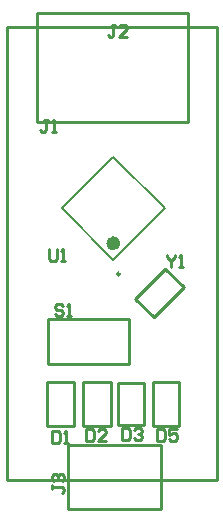
<source format=gbr>
%TF.GenerationSoftware,Altium Limited,Altium Designer,19.0.10 (269)*%
G04 Layer_Color=65535*
%FSLAX45Y45*%
%MOMM*%
%TF.FileFunction,Legend,Top*%
%TF.Part,Single*%
G01*
G75*
%TA.AperFunction,NonConductor*%
%ADD32C,0.20000*%
%ADD33C,0.25400*%
%ADD47C,0.25000*%
%ADD48C,0.60000*%
D32*
X939800Y2165094D02*
X1378206Y2603500D01*
X501394D02*
X939800Y3041906D01*
X501394Y2603500D02*
X939800Y2165094D01*
Y3041906D02*
X1378206Y2603500D01*
D33*
X38100Y304800D02*
Y4140200D01*
X1816100Y304800D02*
Y4140200D01*
X38100D02*
X1816100D01*
X38100Y304800D02*
X1816100D01*
X1124392Y1838756D02*
X1378950Y2093314D01*
X1534514Y1937750D01*
X1279956Y1683192D02*
X1534514Y1937750D01*
X1124392Y1838756D02*
X1279956Y1683192D01*
X390182Y1663184D02*
X1070182D01*
Y1283184D02*
Y1663184D01*
X390182Y1283184D02*
X1070182D01*
X390182D02*
Y1663184D01*
X1202200Y770900D02*
Y1120900D01*
X982200Y770900D02*
X1202200D01*
X982200D02*
Y1120900D01*
X1202200D01*
X1274300Y1130900D02*
X1494300D01*
X1274300Y760900D02*
Y1130900D01*
Y760900D02*
X1494300D01*
Y1130900D01*
X680100Y760900D02*
X920100D01*
Y1130900D01*
X680100D02*
X920100D01*
X680100Y760900D02*
Y1130900D01*
X560082Y597200D02*
X1340082D01*
Y57200D02*
Y597200D01*
X560082Y57200D02*
X1340082D01*
X560082D02*
Y597200D01*
X380308Y763392D02*
X610308D01*
Y1133392D01*
X380308D02*
X610308D01*
X380308Y763392D02*
Y1133392D01*
X1574500Y3332800D02*
Y4252800D01*
X294500Y3332800D02*
X1574500D01*
X294500Y4252800D02*
X1574500D01*
X294500Y3332800D02*
Y4252800D01*
X384145Y3351168D02*
X350823D01*
X367484D01*
Y3267861D01*
X350823Y3251200D01*
X334161D01*
X317500Y3267861D01*
X417468Y3251200D02*
X450790D01*
X434129D01*
Y3351168D01*
X417468Y3334506D01*
X395600Y2258968D02*
Y2175661D01*
X412261Y2159000D01*
X445584D01*
X462245Y2175661D01*
Y2258968D01*
X495568Y2159000D02*
X528890D01*
X512229D01*
Y2258968D01*
X495568Y2242306D01*
X1392953Y2204121D02*
Y2187459D01*
X1426275Y2154137D01*
X1459598Y2187459D01*
Y2204121D01*
X1426275Y2154137D02*
Y2104153D01*
X1492921D02*
X1526243D01*
X1509582D01*
Y2204121D01*
X1492921Y2187459D01*
X511145Y1772406D02*
X494484Y1789068D01*
X461161D01*
X444500Y1772406D01*
Y1755745D01*
X461161Y1739084D01*
X494484D01*
X511145Y1722423D01*
Y1705761D01*
X494484Y1689100D01*
X461161D01*
X444500Y1705761D01*
X544468Y1689100D02*
X577790D01*
X561129D01*
Y1789068D01*
X544468Y1772406D01*
X418314Y257145D02*
Y223823D01*
Y240484D01*
X501620D01*
X518282Y223823D01*
Y207161D01*
X501620Y190500D01*
X434975Y290468D02*
X418314Y307129D01*
Y340452D01*
X434975Y357113D01*
X451637D01*
X468298Y340452D01*
Y323790D01*
Y340452D01*
X484959Y357113D01*
X501620D01*
X518282Y340452D01*
Y307129D01*
X501620Y290468D01*
X957745Y4151268D02*
X924423D01*
X941084D01*
Y4067961D01*
X924423Y4051300D01*
X907761D01*
X891100Y4067961D01*
X1057713Y4051300D02*
X991068D01*
X1057713Y4117945D01*
Y4134606D01*
X1041052Y4151268D01*
X1007729D01*
X991068Y4134606D01*
X1308100Y731765D02*
Y631798D01*
X1358084D01*
X1374745Y648459D01*
Y715104D01*
X1358084Y731765D01*
X1308100D01*
X1474713D02*
X1408068D01*
Y681781D01*
X1441390Y698443D01*
X1458052D01*
X1474713Y681781D01*
Y648459D01*
X1458052Y631798D01*
X1424729D01*
X1408068Y648459D01*
X1016000Y744465D02*
Y644498D01*
X1065984D01*
X1082645Y661159D01*
Y727804D01*
X1065984Y744465D01*
X1016000D01*
X1115968Y727804D02*
X1132629Y744465D01*
X1165952D01*
X1182613Y727804D01*
Y711143D01*
X1165952Y694481D01*
X1149290D01*
X1165952D01*
X1182613Y677820D01*
Y661159D01*
X1165952Y644498D01*
X1132629D01*
X1115968Y661159D01*
X711200Y731765D02*
Y631798D01*
X761184D01*
X777845Y648459D01*
Y715104D01*
X761184Y731765D01*
X711200D01*
X877813Y631798D02*
X811168D01*
X877813Y698443D01*
Y715104D01*
X861152Y731765D01*
X827829D01*
X811168Y715104D01*
X419100Y719067D02*
Y619099D01*
X469084D01*
X485745Y635760D01*
Y702405D01*
X469084Y719067D01*
X419100D01*
X519068Y619099D02*
X552390D01*
X535729D01*
Y719067D01*
X519068Y702405D01*
D47*
X996494Y2046654D02*
G03*
X996494Y2046654I-12500J0D01*
G01*
D48*
X969800Y2306516D02*
G03*
X969800Y2306516I-30000J0D01*
G01*
%TF.MD5,ea3ed52a21833e899621003407bc500b*%
M02*

</source>
